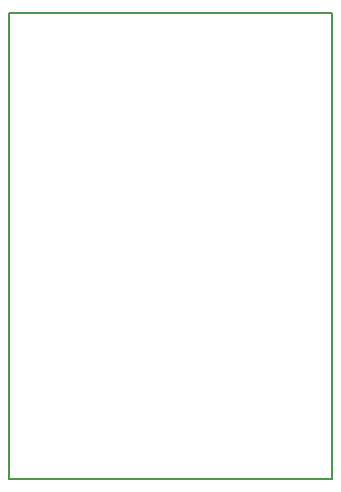
<source format=gm1>
%TF.GenerationSoftware,KiCad,Pcbnew,9.0.2*%
%TF.CreationDate,2025-05-22T21:49:02-05:00*%
%TF.ProjectId,SAO_Pin,53414f5f-5069-46e2-9e6b-696361645f70,1*%
%TF.SameCoordinates,Original*%
%TF.FileFunction,Profile,NP*%
%FSLAX46Y46*%
G04 Gerber Fmt 4.6, Leading zero omitted, Abs format (unit mm)*
G04 Created by KiCad (PCBNEW 9.0.2) date 2025-05-22 21:49:02*
%MOMM*%
%LPD*%
G01*
G04 APERTURE LIST*
%TA.AperFunction,Profile*%
%ADD10C,0.200000*%
%TD*%
G04 APERTURE END LIST*
D10*
X129707500Y-81534000D02*
X157012500Y-81534000D01*
X157012500Y-121031000D01*
X129707500Y-121031000D01*
X129707500Y-81534000D01*
M02*

</source>
